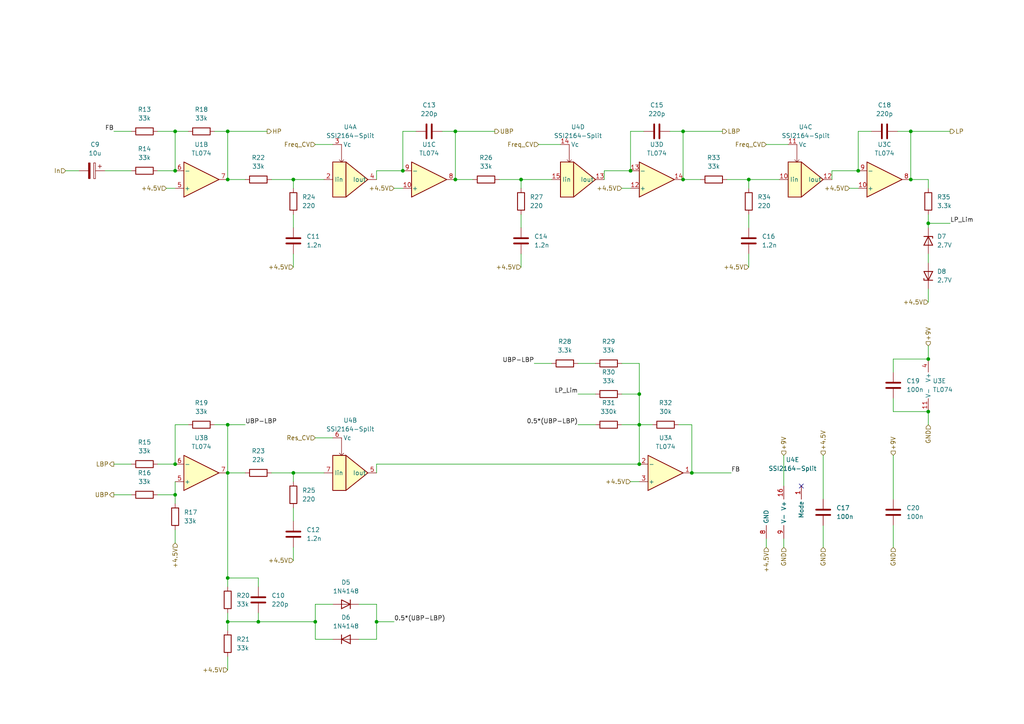
<source format=kicad_sch>
(kicad_sch (version 20211123) (generator eeschema)
  (paper "A4")
  (lib_symbols
    (symbol "Amplifier_Operational:TL074" (pin_names (offset 0.127))
      (property "Reference" "U" (at 0 5.08 0))
      (property "Value" "TL074" (at 0 -5.08 0))
      (symbol "TL074_1_1"
        (polyline (pts (xy -5.08 5.08) (xy 5.08 0) (xy -5.08 -5.08) (xy -5.08 5.08)) (stroke (width 0.254)) (fill (type background)))
        (pin output line (at 7.62 0 180) (length 2.54) (name "~") (number "1"))
        (pin input line (at -7.62 -2.54 0) (length 2.54) (name "-") (number "2"))
        (pin input line (at -7.62 2.54 0) (length 2.54) (name "+") (number "3"))
      )
      (symbol "TL074_2_1"
        (polyline (pts (xy -5.08 5.08) (xy 5.08 0) (xy -5.08 -5.08) (xy -5.08 5.08)) (stroke (width 0.254)) (fill (type background)))
        (pin input line (at -7.62 2.54 0) (length 2.54) (name "+") (number "5"))
        (pin input line (at -7.62 -2.54 0) (length 2.54) (name "-") (number "6"))
        (pin output line (at 7.62 0 180) (length 2.54) (name "~") (number "7"))
      )
      (symbol "TL074_3_1"
        (polyline (pts (xy -5.08 5.08) (xy 5.08 0) (xy -5.08 -5.08) (xy -5.08 5.08)) (stroke (width 0.254)) (fill (type background)))
        (pin input line (at -7.62 2.54 0) (length 2.54) (name "+") (number "10"))
        (pin output line (at 7.62 0 180) (length 2.54) (name "~") (number "8"))
        (pin input line (at -7.62 -2.54 0) (length 2.54) (name "-") (number "9"))
      )
      (symbol "TL074_4_1"
        (polyline (pts (xy -5.08 5.08) (xy 5.08 0) (xy -5.08 -5.08) (xy -5.08 5.08)) (stroke (width 0.254)) (fill (type background)))
        (pin input line (at -7.62 2.54 0) (length 2.54) (name "+") (number "12"))
        (pin input line (at -7.62 -2.54 0) (length 2.54) (name "-") (number "13"))
        (pin output line (at 7.62 0 180) (length 2.54) (name "~") (number "14"))
      )
      (symbol "TL074_5_1"
        (pin power_in line (at -2.54 -7.62 90) (length 3.81) (name "V-") (number "11"))
        (pin power_in line (at -2.54 7.62 270) (length 3.81) (name "V+") (number "4"))
      )
    )
    (symbol "Device:C" (pin_numbers hide) (pin_names (offset 0.254))
      (property "Reference" "C" (at 0.635 2.54 0))
      (property "Value" "C" (at 0.635 -2.54 0))
      (symbol "C_0_1"
        (polyline (pts (xy -2.032 -0.762) (xy 2.032 -0.762)) (stroke (width 0.508)))
        (polyline (pts (xy -2.032 0.762) (xy 2.032 0.762)) (stroke (width 0.508)))
      )
      (symbol "C_1_1"
        (pin passive line (at 0 3.81 270) (length 2.794) (name "~") (number "1"))
        (pin passive line (at 0 -3.81 90) (length 2.794) (name "~") (number "2"))
      )
    )
    (symbol "Device:C_Polarized" (pin_numbers hide) (pin_names (offset 0.254))
      (property "Reference" "C" (at 0.635 2.54 0))
      (property "Value" "C_Polarized" (at 0.635 -2.54 0))
      (symbol "C_Polarized_0_1"
        (rectangle (start -2.286 0.508) (end 2.286 1.016))
        (polyline (pts (xy -1.778 2.286) (xy -0.762 2.286)))
        (polyline (pts (xy -1.27 2.794) (xy -1.27 1.778)))
        (rectangle (start 2.286 -0.508) (end -2.286 -1.016) (fill (type outline)))
      )
      (symbol "C_Polarized_1_1"
        (pin passive line (at 0 3.81 270) (length 2.794) (name "~") (number "1"))
        (pin passive line (at 0 -3.81 90) (length 2.794) (name "~") (number "2"))
      )
    )
    (symbol "Device:D" (pin_numbers hide) (pin_names (offset 1.016) hide)
      (property "Reference" "D" (at 0 2.54 0))
      (property "Value" "D" (at 0 -2.54 0))
      (symbol "D_0_1"
        (polyline (pts (xy -1.27 1.27) (xy -1.27 -1.27)) (stroke (width 0.254)))
        (polyline (pts (xy 1.27 0) (xy -1.27 0)))
        (polyline (pts (xy 1.27 1.27) (xy 1.27 -1.27) (xy -1.27 0) (xy 1.27 1.27)) (stroke (width 0.254)))
      )
      (symbol "D_1_1"
        (pin passive line (at -3.81 0 0) (length 2.54) (name "K") (number "1"))
        (pin passive line (at 3.81 0 180) (length 2.54) (name "A") (number "2"))
      )
    )
    (symbol "Device:D_Zener" (pin_numbers hide) (pin_names (offset 1.016) hide)
      (property "Reference" "D" (at 0 2.54 0))
      (property "Value" "D_Zener" (at 0 -2.54 0))
      (symbol "D_Zener_0_1"
        (polyline (pts (xy 1.27 0) (xy -1.27 0)))
        (polyline (pts (xy -1.27 -1.27) (xy -1.27 1.27) (xy -0.762 1.27)) (stroke (width 0.254)))
        (polyline (pts (xy 1.27 -1.27) (xy 1.27 1.27) (xy -1.27 0) (xy 1.27 -1.27)) (stroke (width 0.254)))
      )
      (symbol "D_Zener_1_1"
        (pin passive line (at -3.81 0 0) (length 2.54) (name "K") (number "1"))
        (pin passive line (at 3.81 0 180) (length 2.54) (name "A") (number "2"))
      )
    )
    (symbol "Device:R" (pin_numbers hide) (pin_names (offset 0))
      (property "Reference" "R" (at 2.032 0 90))
      (property "Value" "R" (at 0 0 90))
      (symbol "R_0_1"
        (rectangle (start -1.016 -2.54) (end 1.016 2.54) (stroke (width 0.254)))
      )
      (symbol "R_1_1"
        (pin passive line (at 0 3.81 270) (length 1.27) (name "~") (number "1"))
        (pin passive line (at 0 -3.81 90) (length 1.27) (name "~") (number "2"))
      )
    )
    (symbol "pedals:SSI2164-Split"
      (property "Reference" "U" (at 0 15.24 0))
      (property "Value" "SSI2164-Split" (at -7.62 -7.62 0))
      (symbol "SSI2164-Split_1_1"
        (polyline (pts (xy -2.54 5.08) (xy -3.175 5.715)))
        (polyline (pts (xy -2.54 5.08) (xy -1.905 5.715)))
        (polyline (pts (xy -2.54 10.16) (xy -2.54 5.08)))
        (polyline (pts (xy -1.27 5.08) (xy -5.08 5.08) (xy -5.08 -5.08) (xy -1.27 -5.08)) (stroke (width 0.254)) (fill (type background)))
        (polyline (pts (xy -1.27 5.08) (xy 5.08 0) (xy -1.27 -5.08) (xy -1.27 5.08)) (stroke (width 0.254)) (fill (type background)))
        (pin input line (at -7.62 0 0) (length 2.54) (name "Iin") (number "2"))
        (pin input line (at -5.08 10.16 0) (length 2.54) (name "Vc") (number "3"))
        (pin output line (at 7.62 0 180) (length 2.54) (name "Iout") (number "4"))
      )
      (symbol "SSI2164-Split_2_1"
        (polyline (pts (xy -2.54 5.08) (xy -3.175 5.715)))
        (polyline (pts (xy -2.54 5.08) (xy -1.905 5.715)))
        (polyline (pts (xy -2.54 10.16) (xy -2.54 5.08)))
        (polyline (pts (xy -1.27 5.08) (xy -5.08 5.08) (xy -5.08 -5.08) (xy -1.27 -5.08)) (stroke (width 0.254)) (fill (type background)))
        (polyline (pts (xy -1.27 5.08) (xy 5.08 0) (xy -1.27 -5.08) (xy -1.27 5.08)) (stroke (width 0.254)) (fill (type background)))
        (pin output line (at 7.62 0 180) (length 2.54) (name "Iout") (number "5"))
        (pin input line (at -5.08 10.16 0) (length 2.54) (name "Vc") (number "6"))
        (pin input line (at -7.62 0 0) (length 2.54) (name "Iin") (number "7"))
      )
      (symbol "SSI2164-Split_3_1"
        (polyline (pts (xy -2.54 5.08) (xy -3.175 5.715)))
        (polyline (pts (xy -2.54 5.08) (xy -1.905 5.715)))
        (polyline (pts (xy -2.54 10.16) (xy -2.54 5.08)))
        (polyline (pts (xy -1.27 5.08) (xy -5.08 5.08) (xy -5.08 -5.08) (xy -1.27 -5.08)) (stroke (width 0.254)) (fill (type background)))
        (polyline (pts (xy -1.27 5.08) (xy 5.08 0) (xy -1.27 -5.08) (xy -1.27 5.08)) (stroke (width 0.254)) (fill (type background)))
        (pin input line (at -7.62 0 0) (length 2.54) (name "Iin") (number "10"))
        (pin input line (at -5.08 10.16 0) (length 2.54) (name "Vc") (number "11"))
        (pin output line (at 7.62 0 180) (length 2.54) (name "Iout") (number "12"))
      )
      (symbol "SSI2164-Split_4_1"
        (polyline (pts (xy -2.54 5.08) (xy -3.175 5.715)))
        (polyline (pts (xy -2.54 5.08) (xy -1.905 5.715)))
        (polyline (pts (xy -2.54 10.16) (xy -2.54 5.08)))
        (polyline (pts (xy -1.27 5.08) (xy -5.08 5.08) (xy -5.08 -5.08) (xy -1.27 -5.08)) (stroke (width 0.254)) (fill (type background)))
        (polyline (pts (xy -1.27 5.08) (xy 5.08 0) (xy -1.27 -5.08) (xy -1.27 5.08)) (stroke (width 0.254)) (fill (type background)))
        (pin output line (at 7.62 0 180) (length 2.54) (name "Iout") (number "13"))
        (pin input line (at -5.08 10.16 0) (length 2.54) (name "Vc") (number "14"))
        (pin input line (at -7.62 0 0) (length 2.54) (name "Iin") (number "15"))
      )
      (symbol "SSI2164-Split_5_1"
        (pin input line (at 2.54 7.62 270) (length 3.81) (name "Mode") (number "1"))
        (pin power_in line (at -2.54 7.62 270) (length 3.81) (name "V+") (number "16"))
        (pin power_in line (at -7.62 -7.62 90) (length 3.81) (name "GND") (number "8"))
        (pin power_in line (at -2.54 -7.62 90) (length 3.81) (name "V-") (number "9"))
      )
    )
  )
  (junction (at 109.22 180.34))
  (junction (at 66.04 137.16))
  (junction (at 198.12 38.1))
  (junction (at 264.16 52.07))
  (junction (at 50.8 49.53))
  (junction (at 132.08 52.07))
  (junction (at 66.04 123.19))
  (junction (at 50.8 134.62))
  (junction (at 264.16 38.1))
  (junction (at 182.88 49.53))
  (junction (at 185.42 123.19))
  (junction (at 185.42 134.62))
  (junction (at 66.04 38.1))
  (junction (at 66.04 52.07))
  (junction (at 269.24 104.14))
  (junction (at 116.84 49.53))
  (junction (at 248.92 49.53))
  (junction (at 91.44 180.34))
  (junction (at 217.17 52.07))
  (junction (at 50.8 143.51))
  (junction (at 198.12 52.07))
  (junction (at 269.24 119.38))
  (junction (at 185.42 114.3))
  (junction (at 66.04 167.64))
  (junction (at 85.09 137.16))
  (junction (at 85.09 52.07))
  (junction (at 132.08 38.1))
  (junction (at 151.13 52.07))
  (junction (at 200.66 137.16))
  (junction (at 66.04 180.34))
  (junction (at 269.24 64.77))
  (junction (at 74.93 180.34))
  (junction (at 50.8 38.1))
  (no_connect (at 232.41 140.97))
  (wire (pts (xy 180.34 54.61) (xy 182.88 54.61)))
  (wire (pts (xy 85.09 54.61) (xy 85.09 52.07)))
  (wire (pts (xy 85.09 147.32) (xy 85.09 151.13)))
  (wire (pts (xy 151.13 73.66) (xy 151.13 77.47)))
  (wire (pts (xy 259.08 152.4) (xy 259.08 158.75)))
  (wire (pts (xy 264.16 38.1) (xy 275.59 38.1)))
  (wire (pts (xy 33.02 38.1) (xy 38.1 38.1)))
  (wire (pts (xy 185.42 105.41) (xy 185.42 114.3)))
  (wire (pts (xy 85.09 62.23) (xy 85.09 66.04)))
  (wire (pts (xy 227.33 132.08) (xy 227.33 140.97)))
  (wire (pts (xy 238.76 152.4) (xy 238.76 158.75)))
  (wire (pts (xy 50.8 143.51) (xy 50.8 146.05)))
  (wire (pts (xy 200.66 137.16) (xy 212.09 137.16)))
  (wire (pts (xy 66.04 190.5) (xy 66.04 194.31)))
  (wire (pts (xy 91.44 41.91) (xy 96.52 41.91)))
  (wire (pts (xy 45.72 49.53) (xy 50.8 49.53)))
  (wire (pts (xy 66.04 123.19) (xy 71.12 123.19)))
  (wire (pts (xy 167.64 114.3) (xy 172.72 114.3)))
  (wire (pts (xy 180.34 105.41) (xy 185.42 105.41)))
  (wire (pts (xy 238.76 132.08) (xy 238.76 144.78)))
  (wire (pts (xy 269.24 83.82) (xy 269.24 87.63)))
  (wire (pts (xy 182.88 49.53) (xy 175.26 49.53)))
  (wire (pts (xy 132.08 52.07) (xy 137.16 52.07)))
  (wire (pts (xy 104.14 175.26) (xy 109.22 175.26)))
  (wire (pts (xy 109.22 49.53) (xy 116.84 49.53)))
  (wire (pts (xy 109.22 52.07) (xy 109.22 49.53)))
  (wire (pts (xy 33.02 143.51) (xy 38.1 143.51)))
  (wire (pts (xy 196.85 123.19) (xy 200.66 123.19)))
  (wire (pts (xy 48.26 54.61) (xy 50.8 54.61)))
  (wire (pts (xy 74.93 180.34) (xy 91.44 180.34)))
  (wire (pts (xy 269.24 73.66) (xy 269.24 76.2)))
  (wire (pts (xy 269.24 64.77) (xy 269.24 66.04)))
  (wire (pts (xy 156.21 41.91) (xy 162.56 41.91)))
  (wire (pts (xy 66.04 137.16) (xy 71.12 137.16)))
  (wire (pts (xy 259.08 132.08) (xy 259.08 144.78)))
  (wire (pts (xy 198.12 52.07) (xy 203.2 52.07)))
  (wire (pts (xy 132.08 38.1) (xy 132.08 52.07)))
  (wire (pts (xy 259.08 115.57) (xy 259.08 119.38)))
  (wire (pts (xy 85.09 158.75) (xy 85.09 162.56)))
  (wire (pts (xy 91.44 127) (xy 96.52 127)))
  (wire (pts (xy 217.17 73.66) (xy 217.17 77.47)))
  (wire (pts (xy 91.44 175.26) (xy 91.44 180.34)))
  (wire (pts (xy 160.02 105.41) (xy 154.94 105.41)))
  (wire (pts (xy 167.64 105.41) (xy 172.72 105.41)))
  (wire (pts (xy 91.44 185.42) (xy 96.52 185.42)))
  (wire (pts (xy 66.04 137.16) (xy 66.04 167.64)))
  (wire (pts (xy 167.64 123.19) (xy 172.72 123.19)))
  (wire (pts (xy 264.16 38.1) (xy 264.16 52.07)))
  (wire (pts (xy 151.13 52.07) (xy 160.02 52.07)))
  (wire (pts (xy 180.34 123.19) (xy 185.42 123.19)))
  (wire (pts (xy 241.3 49.53) (xy 241.3 52.07)))
  (wire (pts (xy 132.08 38.1) (xy 143.51 38.1)))
  (wire (pts (xy 259.08 107.95) (xy 259.08 104.14)))
  (wire (pts (xy 74.93 180.34) (xy 66.04 180.34)))
  (wire (pts (xy 116.84 38.1) (xy 120.65 38.1)))
  (wire (pts (xy 109.22 180.34) (xy 114.3 180.34)))
  (wire (pts (xy 66.04 177.8) (xy 66.04 180.34)))
  (wire (pts (xy 264.16 52.07) (xy 269.24 52.07)))
  (wire (pts (xy 246.38 54.61) (xy 248.92 54.61)))
  (wire (pts (xy 151.13 52.07) (xy 144.78 52.07)))
  (wire (pts (xy 50.8 153.67) (xy 50.8 157.48)))
  (wire (pts (xy 50.8 139.7) (xy 50.8 143.51)))
  (wire (pts (xy 182.88 38.1) (xy 186.69 38.1)))
  (wire (pts (xy 269.24 119.38) (xy 269.24 123.19)))
  (wire (pts (xy 198.12 38.1) (xy 198.12 52.07)))
  (wire (pts (xy 85.09 139.7) (xy 85.09 137.16)))
  (wire (pts (xy 182.88 139.7) (xy 185.42 139.7)))
  (wire (pts (xy 109.22 180.34) (xy 109.22 175.26)))
  (wire (pts (xy 45.72 38.1) (xy 50.8 38.1)))
  (wire (pts (xy 151.13 54.61) (xy 151.13 52.07)))
  (wire (pts (xy 85.09 137.16) (xy 78.74 137.16)))
  (wire (pts (xy 66.04 167.64) (xy 66.04 170.18)))
  (wire (pts (xy 62.23 123.19) (xy 66.04 123.19)))
  (wire (pts (xy 66.04 38.1) (xy 77.47 38.1)))
  (wire (pts (xy 175.26 49.53) (xy 175.26 52.07)))
  (wire (pts (xy 222.25 41.91) (xy 228.6 41.91)))
  (wire (pts (xy 109.22 134.62) (xy 109.22 137.16)))
  (wire (pts (xy 269.24 64.77) (xy 275.59 64.77)))
  (wire (pts (xy 50.8 38.1) (xy 54.61 38.1)))
  (wire (pts (xy 194.31 38.1) (xy 198.12 38.1)))
  (wire (pts (xy 19.05 49.53) (xy 22.86 49.53)))
  (wire (pts (xy 248.92 49.53) (xy 248.92 38.1)))
  (wire (pts (xy 260.35 38.1) (xy 264.16 38.1)))
  (wire (pts (xy 200.66 123.19) (xy 200.66 137.16)))
  (wire (pts (xy 151.13 62.23) (xy 151.13 66.04)))
  (wire (pts (xy 128.27 38.1) (xy 132.08 38.1)))
  (wire (pts (xy 180.34 114.3) (xy 185.42 114.3)))
  (wire (pts (xy 74.93 170.18) (xy 74.93 167.64)))
  (wire (pts (xy 241.3 49.53) (xy 248.92 49.53)))
  (wire (pts (xy 116.84 49.53) (xy 116.84 38.1)))
  (wire (pts (xy 91.44 180.34) (xy 91.44 185.42)))
  (wire (pts (xy 185.42 123.19) (xy 185.42 134.62)))
  (wire (pts (xy 222.25 156.21) (xy 222.25 158.75)))
  (wire (pts (xy 74.93 177.8) (xy 74.93 180.34)))
  (wire (pts (xy 85.09 52.07) (xy 93.98 52.07)))
  (wire (pts (xy 259.08 104.14) (xy 269.24 104.14)))
  (wire (pts (xy 198.12 38.1) (xy 209.55 38.1)))
  (wire (pts (xy 248.92 38.1) (xy 252.73 38.1)))
  (wire (pts (xy 185.42 134.62) (xy 109.22 134.62)))
  (wire (pts (xy 269.24 52.07) (xy 269.24 54.61)))
  (wire (pts (xy 269.24 62.23) (xy 269.24 64.77)))
  (wire (pts (xy 30.48 49.53) (xy 38.1 49.53)))
  (wire (pts (xy 66.04 180.34) (xy 66.04 182.88)))
  (wire (pts (xy 185.42 114.3) (xy 185.42 123.19)))
  (wire (pts (xy 50.8 134.62) (xy 50.8 123.19)))
  (wire (pts (xy 85.09 137.16) (xy 93.98 137.16)))
  (wire (pts (xy 259.08 119.38) (xy 269.24 119.38)))
  (wire (pts (xy 217.17 52.07) (xy 226.06 52.07)))
  (wire (pts (xy 217.17 62.23) (xy 217.17 66.04)))
  (wire (pts (xy 66.04 52.07) (xy 71.12 52.07)))
  (wire (pts (xy 45.72 143.51) (xy 50.8 143.51)))
  (wire (pts (xy 96.52 175.26) (xy 91.44 175.26)))
  (wire (pts (xy 109.22 185.42) (xy 109.22 180.34)))
  (wire (pts (xy 45.72 134.62) (xy 50.8 134.62)))
  (wire (pts (xy 66.04 38.1) (xy 66.04 52.07)))
  (wire (pts (xy 104.14 185.42) (xy 109.22 185.42)))
  (wire (pts (xy 269.24 100.33) (xy 269.24 104.14)))
  (wire (pts (xy 74.93 167.64) (xy 66.04 167.64)))
  (wire (pts (xy 217.17 54.61) (xy 217.17 52.07)))
  (wire (pts (xy 217.17 52.07) (xy 210.82 52.07)))
  (wire (pts (xy 62.23 38.1) (xy 66.04 38.1)))
  (wire (pts (xy 85.09 52.07) (xy 78.74 52.07)))
  (wire (pts (xy 185.42 123.19) (xy 189.23 123.19)))
  (wire (pts (xy 33.02 134.62) (xy 38.1 134.62)))
  (wire (pts (xy 114.3 54.61) (xy 116.84 54.61)))
  (wire (pts (xy 50.8 123.19) (xy 54.61 123.19)))
  (wire (pts (xy 50.8 38.1) (xy 50.8 49.53)))
  (wire (pts (xy 85.09 73.66) (xy 85.09 77.47)))
  (wire (pts (xy 227.33 156.21) (xy 227.33 158.75)))
  (wire (pts (xy 66.04 123.19) (xy 66.04 137.16)))
  (wire (pts (xy 182.88 49.53) (xy 182.88 38.1)))
  (label "LP_Lim" (at 167.64 114.3 180))
  (label "FB" (at 33.02 38.1 180))
  (label "0.5*(UBP-LBP)" (at 167.64 123.19 180))
  (label "FB" (at 212.09 137.16 0))
  (label "UBP-LBP" (at 71.12 123.19 0))
  (label "UBP-LBP" (at 154.94 105.41 180))
  (label "LP_Lim" (at 275.59 64.77 0))
  (label "0.5*(UBP-LBP)" (at 114.3 180.34 0))
  (hierarchical_label "Freq_CV" (shape input) (at 156.21 41.91 180))
  (hierarchical_label "HP" (shape output) (at 77.47 38.1 0))
  (hierarchical_label "+4.5V" (shape input) (at 66.04 194.31 180))
  (hierarchical_label "In" (shape input) (at 19.05 49.53 180))
  (hierarchical_label "+4.5V" (shape input) (at 238.76 132.08 90))
  (hierarchical_label "+4.5V" (shape input) (at 217.17 77.47 180))
  (hierarchical_label "+4.5V" (shape input) (at 269.24 87.63 180))
  (hierarchical_label "GND" (shape input) (at 227.33 158.75 270))
  (hierarchical_label "Res_CV" (shape input) (at 91.44 127 180))
  (hierarchical_label "+9V" (shape input) (at 269.24 100.33 90))
  (hierarchical_label "GND" (shape input) (at 238.76 158.75 270))
  (hierarchical_label "LBP" (shape output) (at 209.55 38.1 0))
  (hierarchical_label "+4.5V" (shape input) (at 85.09 162.56 180))
  (hierarchical_label "+4.5V" (shape input) (at 114.3 54.61 180))
  (hierarchical_label "GND" (shape input) (at 259.08 158.75 270))
  (hierarchical_label "+9V" (shape input) (at 259.08 132.08 90))
  (hierarchical_label "+4.5V" (shape input) (at 180.34 54.61 180))
  (hierarchical_label "GND" (shape input) (at 269.24 123.19 270))
  (hierarchical_label "+9V" (shape input) (at 227.33 132.08 90))
  (hierarchical_label "+4.5V" (shape input) (at 182.88 139.7 180))
  (hierarchical_label "Freq_CV" (shape input) (at 222.25 41.91 180))
  (hierarchical_label "LBP" (shape output) (at 33.02 134.62 180))
  (hierarchical_label "Freq_CV" (shape input) (at 91.44 41.91 180))
  (hierarchical_label "UBP" (shape output) (at 33.02 143.51 180))
  (hierarchical_label "+4.5V" (shape input) (at 50.8 157.48 270))
  (hierarchical_label "+4.5V" (shape input) (at 222.25 158.75 270))
  (hierarchical_label "+4.5V" (shape input) (at 246.38 54.61 180))
  (hierarchical_label "LP" (shape output) (at 275.59 38.1 0))
  (hierarchical_label "+4.5V" (shape input) (at 85.09 77.47 180))
  (hierarchical_label "+4.5V" (shape input) (at 151.13 77.47 180))
  (hierarchical_label "+4.5V" (shape input) (at 48.26 54.61 180))
  (hierarchical_label "UBP" (shape output) (at 143.51 38.1 0))
  (symbol (lib_id "Device:R") (at 41.91 49.53 90) (unit 1)
    (property "Reference" "R14" (at 41.91 43.18 90))
    (property "Value" "33k" (at 41.91 45.72 90))
    (property "Footprint" "Resistor_SMD:R_0603_1608Metric_Pad0.98x0.95mm_HandSolder" (effects hide))
    (property "LCSC" "C4216" (effects hide))
  )
  (symbol (lib_id "Device:R") (at 207.01 52.07 90) (unit 1)
    (property "Reference" "R33" (at 207.01 45.72 90))
    (property "Value" "33k" (at 207.01 48.26 90))
    (property "Footprint" "Resistor_SMD:R_0603_1608Metric_Pad0.98x0.95mm_HandSolder" (effects hide))
    (property "LCSC" "C4216" (effects hide))
  )
  (symbol (lib_id "Device:C") (at 256.54 38.1 90) (unit 1)
    (property "Reference" "C18" (at 256.54 30.48 90))
    (property "Value" "220p" (at 256.54 33.02 90))
    (property "Footprint" "Capacitor_SMD:C_0603_1608Metric_Pad1.08x0.95mm_HandSolder" (effects hide))
    (property "LCSC" "C106210" (effects hide))
  )
  (symbol (lib_id "pedals:SSI2164-Split") (at 167.64 52.07 0) (unit 4)
    (property "Reference" "U4" (at 167.64 36.83 0))
    (property "Value" "SSI2164-Split" (at 167.64 39.37 0))
    (property "Footprint" "Package_SO:SOIC-16_3.9x9.9mm_P1.27mm" (effects hide))
    (property "Datasheet" "https://www.soundsemiconductor.com/downloads/ssi2164datasheet.pdf" (effects hide))
  )
  (symbol (lib_id "Device:C") (at 259.08 148.59 0) (unit 1)
    (property "Reference" "C20" (at 262.89 147.3199 0) (effects (justify left)))
    (property "Value" "100n" (at 262.89 149.8599 0) (effects (justify left)))
    (property "Footprint" "Capacitor_SMD:C_0603_1608Metric_Pad1.08x0.95mm_HandSolder" (effects hide))
    (property "LCSC" "C76711" (effects hide))
  )
  (symbol (lib_id "Device:R") (at 58.42 38.1 90) (unit 1)
    (property "Reference" "R18" (at 58.42 31.75 90))
    (property "Value" "33k" (at 58.42 34.29 90))
    (property "Footprint" "Resistor_SMD:R_0603_1608Metric_Pad0.98x0.95mm_HandSolder" (effects hide))
    (property "LCSC" "C4216" (effects hide))
  )
  (symbol (lib_id "Device:R") (at 41.91 38.1 90) (unit 1)
    (property "Reference" "R13" (at 41.91 31.75 90))
    (property "Value" "33k" (at 41.91 34.29 90))
    (property "Footprint" "Resistor_SMD:R_0603_1608Metric_Pad0.98x0.95mm_HandSolder" (effects hide))
    (property "LCSC" "C4216" (effects hide))
  )
  (symbol (lib_id "Device:C") (at 74.93 173.99 180) (unit 1)
    (property "Reference" "C10" (at 78.74 172.7199 0) (effects (justify right)))
    (property "Value" "220p" (at 78.74 175.2599 0) (effects (justify right)))
    (property "Footprint" "Capacitor_SMD:C_0603_1608Metric_Pad1.08x0.95mm_HandSolder" (effects hide))
    (property "LCSC" "C106210" (effects hide))
  )
  (symbol (lib_id "Device:R") (at 140.97 52.07 90) (unit 1)
    (property "Reference" "R26" (at 140.97 45.72 90))
    (property "Value" "33k" (at 140.97 48.26 90))
    (property "Footprint" "Resistor_SMD:R_0603_1608Metric_Pad0.98x0.95mm_HandSolder" (effects hide))
    (property "LCSC" "C4216" (effects hide))
  )
  (symbol (lib_id "Device:R") (at 176.53 105.41 90) (unit 1)
    (property "Reference" "R29" (at 176.53 99.06 90))
    (property "Value" "33k" (at 176.53 101.6 90))
    (property "Footprint" "Resistor_SMD:R_0603_1608Metric_Pad0.98x0.95mm_HandSolder" (effects hide))
    (property "LCSC" "C4216" (effects hide))
  )
  (symbol (lib_id "Device:R") (at 151.13 58.42 0) (unit 1)
    (property "Reference" "R27" (at 153.67 57.1499 0) (effects (justify left)))
    (property "Value" "220" (at 153.67 59.6899 0) (effects (justify left)))
    (property "Footprint" "Resistor_SMD:R_0603_1608Metric_Pad0.98x0.95mm_HandSolder" (effects hide))
    (property "LCSC" "C22962" (effects hide))
  )
  (symbol (lib_id "Device:R") (at 41.91 143.51 90) (unit 1)
    (property "Reference" "R16" (at 41.91 137.16 90))
    (property "Value" "33k" (at 41.91 139.7 90))
    (property "Footprint" "Resistor_SMD:R_0603_1608Metric_Pad0.98x0.95mm_HandSolder" (effects hide))
    (property "LCSC" "C4216" (effects hide))
  )
  (symbol (lib_id "Device:R") (at 66.04 173.99 180) (unit 1)
    (property "Reference" "R20" (at 68.58 172.7199 0) (effects (justify right)))
    (property "Value" "33k" (at 68.58 175.2599 0) (effects (justify right)))
    (property "Footprint" "Resistor_SMD:R_0603_1608Metric_Pad0.98x0.95mm_HandSolder" (effects hide))
    (property "LCSC" "C4216" (effects hide))
  )
  (symbol (lib_id "Device:C") (at 259.08 111.76 0) (unit 1)
    (property "Reference" "C19" (at 262.89 110.4899 0) (effects (justify left)))
    (property "Value" "100n" (at 262.89 113.0299 0) (effects (justify left)))
    (property "Footprint" "Capacitor_SMD:C_0603_1608Metric_Pad1.08x0.95mm_HandSolder" (effects hide))
    (property "LCSC" "C76711" (effects hide))
  )
  (symbol (lib_id "Device:R") (at 217.17 58.42 0) (unit 1)
    (property "Reference" "R34" (at 219.71 57.1499 0) (effects (justify left)))
    (property "Value" "220" (at 219.71 59.6899 0) (effects (justify left)))
    (property "Footprint" "Resistor_SMD:R_0603_1608Metric_Pad0.98x0.95mm_HandSolder" (effects hide))
    (property "LCSC" "C22962" (effects hide))
  )
  (symbol (lib_id "Device:D") (at 100.33 185.42 0) (mirror x) (unit 1)
    (property "Reference" "D6" (at 100.33 179.07 0))
    (property "Value" "1N4148" (at 100.33 181.61 0))
    (property "Footprint" "Diode_SMD:D_SOD-123" (effects hide))
    (property "LCSC" "C81598" (effects hide))
  )
  (symbol (lib_id "Device:C") (at 85.09 69.85 0) (unit 1)
    (property "Reference" "C11" (at 88.9 68.5799 0) (effects (justify left)))
    (property "Value" "1.2n" (at 88.9 71.1199 0) (effects (justify left)))
    (property "Footprint" "Capacitor_SMD:C_0603_1608Metric_Pad1.08x0.95mm_HandSolder" (effects hide))
    (property "LCSC" "C576816" (effects hide))
  )
  (symbol (lib_id "Amplifier_Operational:TL074") (at 271.78 111.76 0) (unit 5)
    (property "Reference" "U3" (at 270.51 110.4899 0) (effects (justify left)))
    (property "Value" "TL074" (at 270.51 113.0299 0) (effects (justify left)))
    (property "Footprint" "Package_SO:SOIC-14_3.9x8.7mm_P1.27mm" (effects hide))
    (property "Datasheet" "http://www.ti.com/lit/ds/symlink/tl071.pdf" (effects hide))
    (property "LCSC" "C6963" (effects hide))
  )
  (symbol (lib_id "Device:C_Polarized") (at 26.67 49.53 270) (unit 1)
    (property "Reference" "C9" (at 27.559 41.91 90))
    (property "Value" "10u" (at 27.559 44.45 90))
    (property "Footprint" "Capacitor_SMD:CP_Elec_5x5.4" (effects hide))
    (property "LCSC" "C72486" (effects hide))
  )
  (symbol (lib_id "Device:R") (at 163.83 105.41 90) (unit 1)
    (property "Reference" "R28" (at 163.83 99.06 90))
    (property "Value" "3.3k" (at 163.83 101.6 90))
    (property "Footprint" "Resistor_SMD:R_0603_1608Metric_Pad0.98x0.95mm_HandSolder" (effects hide))
    (property "LCSC" "C22978" (effects hide))
  )
  (symbol (lib_id "Amplifier_Operational:TL074") (at 58.42 137.16 0) (mirror x) (unit 2)
    (property "Reference" "U3" (at 58.42 127 0))
    (property "Value" "TL074" (at 58.42 129.54 0))
    (property "Footprint" "Package_SO:SOIC-14_3.9x8.7mm_P1.27mm" (effects hide))
    (property "Datasheet" "http://www.ti.com/lit/ds/symlink/tl071.pdf" (effects hide))
    (property "LCSC" "C6963" (effects hide))
  )
  (symbol (lib_id "Device:R") (at 66.04 186.69 180) (unit 1)
    (property "Reference" "R21" (at 68.58 185.4199 0) (effects (justify right)))
    (property "Value" "33k" (at 68.58 187.9599 0) (effects (justify right)))
    (property "Footprint" "Resistor_SMD:R_0603_1608Metric_Pad0.98x0.95mm_HandSolder" (effects hide))
    (property "LCSC" "C4216" (effects hide))
  )
  (symbol (lib_id "Device:R") (at 85.09 143.51 0) (unit 1)
    (property "Reference" "R25" (at 87.63 142.2399 0) (effects (justify left)))
    (property "Value" "220" (at 87.63 144.7799 0) (effects (justify left)))
    (property "Footprint" "Resistor_SMD:R_0603_1608Metric_Pad0.98x0.95mm_HandSolder" (effects hide))
    (property "LCSC" "C22962" (effects hide))
  )
  (symbol (lib_id "pedals:SSI2164-Split") (at 233.68 52.07 0) (unit 3)
    (property "Reference" "U4" (at 233.68 36.83 0))
    (property "Value" "SSI2164-Split" (at 233.68 39.37 0))
    (property "Footprint" "Package_SO:SOIC-16_3.9x9.9mm_P1.27mm" (effects hide))
    (property "Datasheet" "https://www.soundsemiconductor.com/downloads/ssi2164datasheet.pdf" (effects hide))
  )
  (symbol (lib_id "Amplifier_Operational:TL074") (at 256.54 52.07 0) (mirror x) (unit 3)
    (property "Reference" "U3" (at 256.54 41.91 0))
    (property "Value" "TL074" (at 256.54 44.45 0))
    (property "Footprint" "Package_SO:SOIC-14_3.9x8.7mm_P1.27mm" (effects hide))
    (property "Datasheet" "http://www.ti.com/lit/ds/symlink/tl071.pdf" (effects hide))
    (property "LCSC" "C6963" (effects hide))
  )
  (symbol (lib_id "Device:R") (at 41.91 134.62 90) (unit 1)
    (property "Reference" "R15" (at 41.91 128.27 90))
    (property "Value" "33k" (at 41.91 130.81 90))
    (property "Footprint" "Resistor_SMD:R_0603_1608Metric_Pad0.98x0.95mm_HandSolder" (effects hide))
    (property "LCSC" "C4216" (effects hide))
  )
  (symbol (lib_id "Device:C") (at 217.17 69.85 0) (unit 1)
    (property "Reference" "C16" (at 220.98 68.5799 0) (effects (justify left)))
    (property "Value" "1.2n" (at 220.98 71.1199 0) (effects (justify left)))
    (property "Footprint" "Capacitor_SMD:C_0603_1608Metric_Pad1.08x0.95mm_HandSolder" (effects hide))
    (property "LCSC" "C576816" (effects hide))
  )
  (symbol (lib_id "Device:R") (at 193.04 123.19 90) (unit 1)
    (property "Reference" "R32" (at 193.04 116.84 90))
    (property "Value" "30k" (at 193.04 119.38 90))
    (property "Footprint" "Resistor_SMD:R_0603_1608Metric_Pad0.98x0.95mm_HandSolder" (effects hide))
    (property "LCSC" "C22984" (effects hide))
  )
  (symbol (lib_id "Device:C") (at 190.5 38.1 90) (unit 1)
    (property "Reference" "C15" (at 190.5 30.48 90))
    (property "Value" "220p" (at 190.5 33.02 90))
    (property "Footprint" "Capacitor_SMD:C_0603_1608Metric_Pad1.08x0.95mm_HandSolder" (effects hide))
    (property "LCSC" "C106210" (effects hide))
  )
  (symbol (lib_id "Device:R") (at 176.53 114.3 90) (unit 1)
    (property "Reference" "R30" (at 176.53 107.95 90))
    (property "Value" "33k" (at 176.53 110.49 90))
    (property "Footprint" "Resistor_SMD:R_0603_1608Metric_Pad0.98x0.95mm_HandSolder" (effects hide))
    (property "LCSC" "C4216" (effects hide))
  )
  (symbol (lib_id "Device:D_Zener") (at 269.24 69.85 270) (unit 1)
    (property "Reference" "D7" (at 271.78 68.5799 90) (effects (justify left)))
    (property "Value" "2.7V" (at 271.78 71.1199 90) (effects (justify left)))
    (property "Footprint" "Diode_SMD:D_SOD-123" (effects hide))
    (property "LCSC" "C406712" (effects hide))
  )
  (symbol (lib_id "Device:C") (at 85.09 154.94 0) (unit 1)
    (property "Reference" "C12" (at 88.9 153.6699 0) (effects (justify left)))
    (property "Value" "1.2n" (at 88.9 156.2099 0) (effects (justify left)))
    (property "Footprint" "Capacitor_SMD:C_0603_1608Metric_Pad1.08x0.95mm_HandSolder" (effects hide))
    (property "LCSC" "C576816" (effects hide))
  )
  (symbol (lib_id "Device:R") (at 58.42 123.19 90) (unit 1)
    (property "Reference" "R19" (at 58.42 116.84 90))
    (property "Value" "33k" (at 58.42 119.38 90))
    (property "Footprint" "Resistor_SMD:R_0603_1608Metric_Pad0.98x0.95mm_HandSolder" (effects hide))
    (property "LCSC" "C4216" (effects hide))
  )
  (symbol (lib_id "pedals:SSI2164-Split") (at 101.6 137.16 0) (unit 2)
    (property "Reference" "U4" (at 101.6 121.92 0))
    (property "Value" "SSI2164-Split" (at 101.6 124.46 0))
    (property "Footprint" "Package_SO:SOIC-16_3.9x9.9mm_P1.27mm" (effects hide))
    (property "Datasheet" "https://www.soundsemiconductor.com/downloads/ssi2164datasheet.pdf" (effects hide))
  )
  (symbol (lib_id "Device:R") (at 50.8 149.86 180) (unit 1)
    (property "Reference" "R17" (at 53.34 148.5899 0) (effects (justify right)))
    (property "Value" "33k" (at 53.34 151.1299 0) (effects (justify right)))
    (property "Footprint" "Resistor_SMD:R_0603_1608Metric_Pad0.98x0.95mm_HandSolder" (effects hide))
    (property "LCSC" "C4216" (effects hide))
  )
  (symbol (lib_id "Device:R") (at 74.93 52.07 90) (unit 1)
    (property "Reference" "R22" (at 74.93 45.72 90))
    (property "Value" "33k" (at 74.93 48.26 90))
    (property "Footprint" "Resistor_SMD:R_0603_1608Metric_Pad0.98x0.95mm_HandSolder" (effects hide))
    (property "LCSC" "C4216" (effects hide))
  )
  (symbol (lib_id "Amplifier_Operational:TL074") (at 193.04 137.16 0) (mirror x) (unit 1)
    (property "Reference" "U3" (at 193.04 127 0))
    (property "Value" "TL074" (at 193.04 129.54 0))
    (property "Footprint" "Package_SO:SOIC-14_3.9x8.7mm_P1.27mm" (effects hide))
    (property "Datasheet" "http://www.ti.com/lit/ds/symlink/tl071.pdf" (effects hide))
    (property "LCSC" "C6963" (effects hide))
  )
  (symbol (lib_id "Amplifier_Operational:TL074") (at 124.46 52.07 0) (mirror x) (unit 3)
    (property "Reference" "U1" (at 124.46 41.91 0))
    (property "Value" "TL074" (at 124.46 44.45 0))
    (property "Footprint" "Package_SO:SOIC-14_3.9x8.7mm_P1.27mm" (effects hide))
    (property "Datasheet" "http://www.ti.com/lit/ds/symlink/tl071.pdf" (effects hide))
    (property "LCSC" "C6963" (effects hide))
  )
  (symbol (lib_id "Device:R") (at 269.24 58.42 0) (unit 1)
    (property "Reference" "R35" (at 271.78 57.1499 0) (effects (justify left)))
    (property "Value" "3.3k" (at 271.78 59.6899 0) (effects (justify left)))
    (property "Footprint" "Resistor_SMD:R_0603_1608Metric_Pad0.98x0.95mm_HandSolder" (effects hide))
    (property "LCSC" "C22978" (effects hide))
  )
  (symbol (lib_id "Device:R") (at 74.93 137.16 90) (unit 1)
    (property "Reference" "R23" (at 74.93 130.81 90))
    (property "Value" "22k" (at 74.93 133.35 90))
    (property "Footprint" "Resistor_SMD:R_0603_1608Metric_Pad0.98x0.95mm_HandSolder" (effects hide))
    (property "LCSC" "C31850" (effects hide))
  )
  (symbol (lib_id "Amplifier_Operational:TL074") (at 58.42 52.07 0) (mirror x) (unit 2)
    (property "Reference" "U1" (at 58.42 41.91 0))
    (property "Value" "TL074" (at 58.42 44.45 0))
    (property "Footprint" "Package_SO:SOIC-14_3.9x8.7mm_P1.27mm" (effects hide))
    (property "Datasheet" "http://www.ti.com/lit/ds/symlink/tl071.pdf" (effects hide))
    (property "LCSC" "C6963" (effects hide))
  )
  (symbol (lib_id "Device:D_Zener") (at 269.24 80.01 90) (unit 1)
    (property "Reference" "D8" (at 271.78 78.7399 90) (effects (justify right)))
    (property "Value" "2.7V" (at 271.78 81.2799 90) (effects (justify right)))
    (property "Footprint" "Diode_SMD:D_SOD-123" (effects hide))
    (property "LCSC" "C406712" (effects hide))
  )
  (symbol (lib_id "Device:C") (at 151.13 69.85 0) (unit 1)
    (property "Reference" "C14" (at 154.94 68.5799 0) (effects (justify left)))
    (property "Value" "1.2n" (at 154.94 71.1199 0) (effects (justify left)))
    (property "Footprint" "Capacitor_SMD:C_0603_1608Metric_Pad1.08x0.95mm_HandSolder" (effects hide))
    (property "LCSC" "C576816" (effects hide))
  )
  (symbol (lib_id "Device:C") (at 238.76 148.59 0) (unit 1)
    (property "Reference" "C17" (at 242.57 147.3199 0) (effects (justify left)))
    (property "Value" "100n" (at 242.57 149.8599 0) (effects (justify left)))
    (property "Footprint" "Capacitor_SMD:C_0603_1608Metric_Pad1.08x0.95mm_HandSolder" (effects hide))
    (property "LCSC" "C76711" (effects hide))
  )
  (symbol (lib_id "Device:R") (at 176.53 123.19 90) (unit 1)
    (property "Reference" "R31" (at 176.53 116.84 90))
    (property "Value" "330k" (at 176.53 119.38 90))
    (property "Footprint" "Resistor_SMD:R_0603_1608Metric_Pad0.98x0.95mm_HandSolder" (effects hide))
    (property "LCSC" "C23137" (effects hide))
  )
  (symbol (lib_id "Device:D") (at 100.33 175.26 180) (unit 1)
    (property "Reference" "D5" (at 100.33 168.91 0))
    (property "Value" "1N4148" (at 100.33 171.45 0))
    (property "Footprint" "Diode_SMD:D_SOD-123" (effects hide))
    (property "LCSC" "C81598" (effects hide))
  )
  (symbol (lib_id "Device:C") (at 124.46 38.1 90) (unit 1)
    (property "Reference" "C13" (at 124.46 30.48 90))
    (property "Value" "220p" (at 124.46 33.02 90))
    (property "Footprint" "Capacitor_SMD:C_0603_1608Metric_Pad1.08x0.95mm_HandSolder" (effects hide))
    (property "LCSC" "C106210" (effects hide))
  )
  (symbol (lib_id "Amplifier_Operational:TL074") (at 190.5 52.07 0) (mirror x) (unit 4)
    (property "Reference" "U3" (at 190.5 41.91 0))
    (property "Value" "TL074" (at 190.5 44.45 0))
    (property "Footprint" "Package_SO:SOIC-14_3.9x8.7mm_P1.27mm" (effects hide))
    (property "Datasheet" "http://www.ti.com/lit/ds/symlink/tl071.pdf" (effects hide))
    (property "LCSC" "C6963" (effects hide))
  )
  (symbol (lib_id "pedals:SSI2164-Split") (at 229.87 148.59 0) (unit 5)
    (property "Reference" "U4" (at 229.87 133.35 0))
    (property "Value" "SSI2164-Split" (at 229.87 135.89 0))
    (property "Footprint" "Package_SO:SOIC-16_3.9x9.9mm_P1.27mm" (effects hide))
    (property "Datasheet" "https://www.soundsemiconductor.com/downloads/ssi2164datasheet.pdf" (effects hide))
  )
  (symbol (lib_id "pedals:SSI2164-Split") (at 101.6 52.07 0) (unit 1)
    (property "Reference" "U4" (at 101.6 36.83 0))
    (property "Value" "SSI2164-Split" (at 101.6 39.37 0))
    (property "Footprint" "Package_SO:SOIC-16_3.9x9.9mm_P1.27mm" (effects hide))
    (property "Datasheet" "https://www.soundsemiconductor.com/downloads/ssi2164datasheet.pdf" (effects hide))
  )
  (symbol (lib_id "Device:R") (at 85.09 58.42 0) (unit 1)
    (property "Reference" "R24" (at 87.63 57.1499 0) (effects (justify left)))
    (property "Value" "220" (at 87.63 59.6899 0) (effects (justify left)))
    (property "Footprint" "Resistor_SMD:R_0603_1608Metric_Pad0.98x0.95mm_HandSolder" (effects hide))
    (property "LCSC" "C22962" (effects hide))
  )
)
</source>
